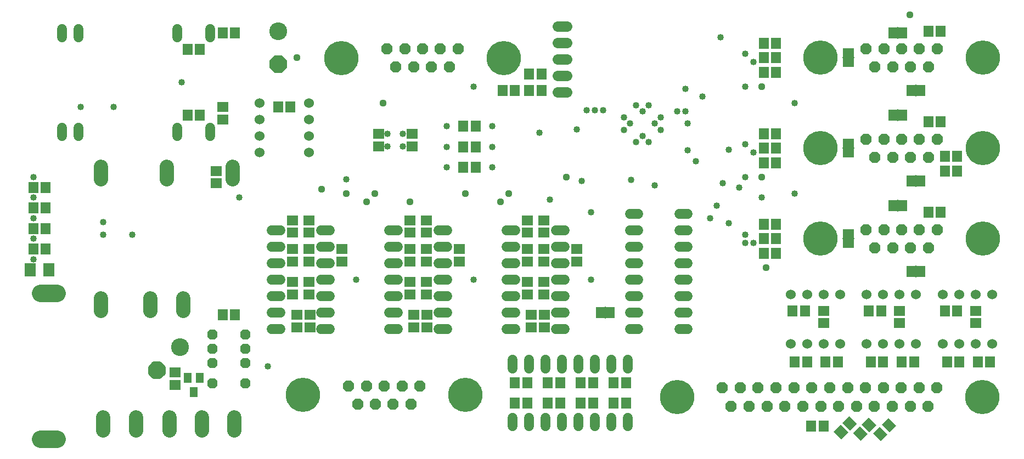
<source format=gbs>
G75*
%MOIN*%
%OFA0B0*%
%FSLAX25Y25*%
%IPPOS*%
%LPD*%
%AMOC8*
5,1,8,0,0,1.08239X$1,22.5*
%
%ADD10C,0.10800*%
%ADD11C,0.02160*%
%ADD12R,0.06706X0.05918*%
%ADD13C,0.08600*%
%ADD14R,0.07099X0.07898*%
%ADD15OC8,0.10800*%
%ADD16R,0.05918X0.06706*%
%ADD17C,0.06000*%
%ADD18OC8,0.06800*%
%ADD19C,0.20800*%
%ADD20C,0.06400*%
%ADD21OC8,0.06146*%
%ADD22R,0.04737X0.06312*%
%ADD23C,0.06000*%
%ADD24C,0.10800*%
%ADD25R,0.05400X0.07100*%
%ADD26R,0.00600X0.07200*%
%ADD27R,0.07100X0.05400*%
%ADD28R,0.07200X0.00600*%
%ADD29C,0.04000*%
%ADD30C,0.04400*%
D10*
X0265955Y0105955D03*
X0325500Y0298000D03*
D11*
X0248574Y0091104D02*
X0247494Y0090024D01*
X0247494Y0093602D01*
X0250024Y0096132D01*
X0253602Y0096132D01*
X0256132Y0093602D01*
X0256132Y0090024D01*
X0253602Y0087494D01*
X0250024Y0087494D01*
X0247494Y0090024D01*
X0249114Y0090695D01*
X0249114Y0092931D01*
X0250695Y0094512D01*
X0252931Y0094512D01*
X0254512Y0092931D01*
X0254512Y0090695D01*
X0252931Y0089114D01*
X0250695Y0089114D01*
X0249114Y0090695D01*
X0250734Y0091366D01*
X0250734Y0092260D01*
X0251366Y0092892D01*
X0252260Y0092892D01*
X0252892Y0092260D01*
X0252892Y0091366D01*
X0252260Y0090734D01*
X0251366Y0090734D01*
X0250734Y0091366D01*
D12*
X0263000Y0090490D03*
X0263000Y0083010D03*
X0336750Y0118010D03*
X0344750Y0118010D03*
X0344750Y0125490D03*
X0336750Y0125490D03*
X0334250Y0138010D03*
X0344250Y0138010D03*
X0344250Y0145490D03*
X0334250Y0145490D03*
X0334250Y0158010D03*
X0344250Y0158010D03*
X0344250Y0165490D03*
X0334250Y0165490D03*
X0334250Y0175510D03*
X0344250Y0175510D03*
X0344250Y0182990D03*
X0334250Y0182990D03*
X0364250Y0165490D03*
X0364250Y0158010D03*
X0405500Y0158010D03*
X0415500Y0158010D03*
X0415500Y0165490D03*
X0405500Y0165490D03*
X0405500Y0175510D03*
X0415500Y0175510D03*
X0415500Y0182990D03*
X0405500Y0182990D03*
X0435500Y0165490D03*
X0435500Y0158010D03*
X0415500Y0145490D03*
X0405500Y0145490D03*
X0405500Y0138010D03*
X0415500Y0138010D03*
X0416000Y0125490D03*
X0408000Y0125490D03*
X0408000Y0118010D03*
X0416000Y0118010D03*
X0479250Y0118010D03*
X0487250Y0118010D03*
X0487250Y0125490D03*
X0479250Y0125490D03*
X0476750Y0138010D03*
X0486750Y0138010D03*
X0486750Y0145490D03*
X0476750Y0145490D03*
X0476750Y0158010D03*
X0486750Y0158010D03*
X0486750Y0165490D03*
X0476750Y0165490D03*
X0476750Y0175510D03*
X0486750Y0175510D03*
X0486750Y0182990D03*
X0476750Y0182990D03*
X0506750Y0165490D03*
X0506750Y0158010D03*
X0656735Y0127990D03*
X0656735Y0120510D03*
X0702985Y0120510D03*
X0702985Y0127990D03*
X0749235Y0127990D03*
X0749235Y0120510D03*
X0406750Y0228010D03*
X0406750Y0235490D03*
X0386496Y0235521D03*
X0386496Y0228041D03*
X0291750Y0244260D03*
X0291750Y0251740D03*
X0288000Y0212990D03*
X0288000Y0205510D03*
D13*
X0298000Y0207850D02*
X0298000Y0215650D01*
X0258000Y0215650D02*
X0258000Y0207850D01*
X0218000Y0207850D02*
X0218000Y0215650D01*
X0218000Y0135650D02*
X0218000Y0127850D01*
X0248000Y0127850D02*
X0248000Y0135650D01*
X0268000Y0135650D02*
X0268000Y0127850D01*
X0259550Y0063150D02*
X0259550Y0055350D01*
X0279250Y0055350D02*
X0279250Y0063150D01*
X0298950Y0063150D02*
X0298950Y0055350D01*
X0239150Y0055350D02*
X0239150Y0063150D01*
X0219350Y0063150D02*
X0219350Y0055350D01*
D14*
X0186098Y0153000D03*
X0174902Y0153000D03*
D15*
X0325500Y0278000D03*
D16*
X0299240Y0296750D03*
X0291760Y0296750D03*
X0277990Y0286750D03*
X0270510Y0286750D03*
X0325510Y0251750D03*
X0332990Y0251750D03*
X0277990Y0246750D03*
X0270510Y0246750D03*
X0184240Y0203000D03*
X0176760Y0203000D03*
X0176760Y0190500D03*
X0184240Y0190500D03*
X0184240Y0178000D03*
X0176760Y0178000D03*
X0176760Y0165500D03*
X0184240Y0165500D03*
X0291760Y0125500D03*
X0299240Y0125500D03*
X0469275Y0084250D03*
X0476755Y0084250D03*
X0489245Y0084250D03*
X0496725Y0084250D03*
X0509275Y0084250D03*
X0516755Y0084250D03*
X0529245Y0084250D03*
X0536725Y0084250D03*
X0536755Y0071750D03*
X0529275Y0071750D03*
X0516725Y0071750D03*
X0509245Y0071750D03*
X0496755Y0071750D03*
X0489275Y0071750D03*
X0476725Y0071750D03*
X0469245Y0071750D03*
X0639245Y0096750D03*
X0646725Y0096750D03*
X0657995Y0096750D03*
X0665475Y0096750D03*
X0685495Y0096750D03*
X0692975Y0096750D03*
X0704245Y0096750D03*
X0711725Y0096750D03*
X0731745Y0096750D03*
X0739225Y0096750D03*
X0750495Y0096750D03*
X0757975Y0096750D03*
X0737975Y0128000D03*
X0730495Y0128000D03*
X0691725Y0128000D03*
X0684245Y0128000D03*
X0645475Y0128000D03*
X0637995Y0128000D03*
X0627975Y0163000D03*
X0620495Y0163000D03*
X0620495Y0171750D03*
X0627975Y0171750D03*
X0627975Y0180500D03*
X0620495Y0180500D03*
X0620495Y0218000D03*
X0627975Y0218000D03*
X0627975Y0226750D03*
X0620495Y0226750D03*
X0620495Y0235500D03*
X0627975Y0235500D03*
X0720510Y0243000D03*
X0727990Y0243000D03*
X0730495Y0221750D03*
X0737975Y0221750D03*
X0737975Y0213000D03*
X0730495Y0213000D03*
X0727990Y0188000D03*
X0720510Y0188000D03*
X0627975Y0273000D03*
X0620495Y0273000D03*
X0620495Y0281750D03*
X0627975Y0281750D03*
X0627975Y0290500D03*
X0620495Y0290500D03*
X0720510Y0298000D03*
X0727990Y0298000D03*
X0485490Y0271750D03*
X0478010Y0271750D03*
X0478010Y0261750D03*
X0485490Y0261750D03*
X0469240Y0261750D03*
X0461760Y0261750D03*
X0445490Y0240125D03*
X0438010Y0240125D03*
X0438010Y0227625D03*
X0445490Y0227625D03*
X0445490Y0215125D03*
X0438010Y0215125D03*
X0649245Y0058000D03*
X0656725Y0058000D03*
G36*
X0662860Y0054598D02*
X0667045Y0058783D01*
X0671786Y0054042D01*
X0667601Y0049857D01*
X0662860Y0054598D01*
G37*
G36*
X0668149Y0059887D02*
X0672334Y0064072D01*
X0677075Y0059331D01*
X0672890Y0055146D01*
X0668149Y0059887D01*
G37*
G36*
X0674628Y0053651D02*
X0678813Y0057836D01*
X0683554Y0053095D01*
X0679369Y0048910D01*
X0674628Y0053651D01*
G37*
G36*
X0679917Y0058940D02*
X0684102Y0063125D01*
X0688843Y0058384D01*
X0684658Y0054199D01*
X0679917Y0058940D01*
G37*
G36*
X0686761Y0053499D02*
X0690946Y0057684D01*
X0695687Y0052943D01*
X0691502Y0048758D01*
X0686761Y0053499D01*
G37*
G36*
X0692051Y0058789D02*
X0696236Y0062974D01*
X0700977Y0058233D01*
X0696792Y0054048D01*
X0692051Y0058789D01*
G37*
D17*
X0574350Y0116750D02*
X0569150Y0116750D01*
X0569150Y0126750D02*
X0574350Y0126750D01*
X0574350Y0136750D02*
X0569150Y0136750D01*
X0569150Y0146750D02*
X0574350Y0146750D01*
X0574350Y0156750D02*
X0569150Y0156750D01*
X0569150Y0166750D02*
X0574350Y0166750D01*
X0574350Y0176750D02*
X0569150Y0176750D01*
X0569150Y0186750D02*
X0574350Y0186750D01*
X0544350Y0186750D02*
X0539150Y0186750D01*
X0539150Y0176750D02*
X0544350Y0176750D01*
X0544350Y0166750D02*
X0539150Y0166750D01*
X0539150Y0156750D02*
X0544350Y0156750D01*
X0544350Y0146750D02*
X0539150Y0146750D01*
X0539150Y0136750D02*
X0544350Y0136750D01*
X0544350Y0126750D02*
X0539150Y0126750D01*
X0539150Y0116750D02*
X0544350Y0116750D01*
X0499468Y0116750D02*
X0494268Y0116750D01*
X0494268Y0126750D02*
X0499468Y0126750D01*
X0499468Y0136750D02*
X0494268Y0136750D01*
X0494268Y0146750D02*
X0499468Y0146750D01*
X0499468Y0156750D02*
X0494268Y0156750D01*
X0494268Y0166750D02*
X0499468Y0166750D01*
X0499468Y0176750D02*
X0494268Y0176750D01*
X0469468Y0176750D02*
X0464268Y0176750D01*
X0464268Y0166750D02*
X0469468Y0166750D01*
X0469468Y0156750D02*
X0464268Y0156750D01*
X0464268Y0146750D02*
X0469468Y0146750D01*
X0469468Y0136750D02*
X0464268Y0136750D01*
X0464268Y0126750D02*
X0469468Y0126750D01*
X0469468Y0116750D02*
X0464268Y0116750D01*
X0428100Y0116750D02*
X0422900Y0116750D01*
X0422900Y0126750D02*
X0428100Y0126750D01*
X0428100Y0136750D02*
X0422900Y0136750D01*
X0422900Y0146750D02*
X0428100Y0146750D01*
X0428100Y0156750D02*
X0422900Y0156750D01*
X0422900Y0166750D02*
X0428100Y0166750D01*
X0428100Y0176750D02*
X0422900Y0176750D01*
X0398100Y0176750D02*
X0392900Y0176750D01*
X0392900Y0166750D02*
X0398100Y0166750D01*
X0398100Y0156750D02*
X0392900Y0156750D01*
X0392900Y0146750D02*
X0398100Y0146750D01*
X0398100Y0136750D02*
X0392900Y0136750D01*
X0392900Y0126750D02*
X0398100Y0126750D01*
X0398100Y0116750D02*
X0392900Y0116750D01*
X0356850Y0116750D02*
X0351650Y0116750D01*
X0326850Y0116750D02*
X0321650Y0116750D01*
X0321650Y0126750D02*
X0326850Y0126750D01*
X0351650Y0126750D02*
X0356850Y0126750D01*
X0356850Y0136750D02*
X0351650Y0136750D01*
X0351650Y0146750D02*
X0356850Y0146750D01*
X0356850Y0156750D02*
X0351650Y0156750D01*
X0326850Y0156750D02*
X0321650Y0156750D01*
X0321650Y0146750D02*
X0326850Y0146750D01*
X0326850Y0136750D02*
X0321650Y0136750D01*
X0321650Y0166750D02*
X0326850Y0166750D01*
X0326850Y0176750D02*
X0321650Y0176750D01*
X0351650Y0176750D02*
X0356850Y0176750D01*
X0356850Y0166750D02*
X0351650Y0166750D01*
X0284250Y0234150D02*
X0284250Y0239350D01*
X0264250Y0239350D02*
X0264250Y0234150D01*
X0204250Y0234150D02*
X0204250Y0239350D01*
X0194250Y0239350D02*
X0194250Y0234150D01*
X0194250Y0294150D02*
X0194250Y0299350D01*
X0204250Y0299350D02*
X0204250Y0294150D01*
X0264250Y0294150D02*
X0264250Y0299350D01*
X0284250Y0299350D02*
X0284250Y0294150D01*
X0467985Y0098200D02*
X0467985Y0093000D01*
X0477985Y0093000D02*
X0477985Y0098200D01*
X0487985Y0098200D02*
X0487985Y0093000D01*
X0497985Y0093000D02*
X0497985Y0098200D01*
X0507985Y0098200D02*
X0507985Y0093000D01*
X0517985Y0093000D02*
X0517985Y0098200D01*
X0527985Y0098200D02*
X0527985Y0093000D01*
X0537985Y0093000D02*
X0537985Y0098200D01*
X0537985Y0063000D02*
X0537985Y0057800D01*
X0527985Y0057800D02*
X0527985Y0063000D01*
X0517985Y0063000D02*
X0517985Y0057800D01*
X0507985Y0057800D02*
X0507985Y0063000D01*
X0497985Y0063000D02*
X0497985Y0057800D01*
X0487985Y0057800D02*
X0487985Y0063000D01*
X0477985Y0063000D02*
X0477985Y0057800D01*
X0467985Y0057800D02*
X0467985Y0063000D01*
D18*
X0411539Y0082350D03*
X0400739Y0082350D03*
X0389939Y0082350D03*
X0379139Y0082350D03*
X0368339Y0082350D03*
X0373739Y0071150D03*
X0384539Y0071150D03*
X0395339Y0071150D03*
X0406139Y0071150D03*
X0595285Y0081100D03*
X0606185Y0081100D03*
X0616985Y0081100D03*
X0627885Y0081100D03*
X0638785Y0081100D03*
X0649585Y0081100D03*
X0660485Y0081100D03*
X0671385Y0081100D03*
X0682185Y0081100D03*
X0693085Y0081100D03*
X0703985Y0081100D03*
X0714785Y0081100D03*
X0725685Y0081100D03*
X0720285Y0069900D03*
X0709385Y0069900D03*
X0698485Y0069900D03*
X0687685Y0069900D03*
X0676785Y0069900D03*
X0665885Y0069900D03*
X0655085Y0069900D03*
X0644185Y0069900D03*
X0633285Y0069900D03*
X0622485Y0069900D03*
X0611585Y0069900D03*
X0600685Y0069900D03*
X0688035Y0166150D03*
X0698835Y0166150D03*
X0709635Y0166150D03*
X0720435Y0166150D03*
X0715035Y0177350D03*
X0725835Y0177350D03*
X0704235Y0177350D03*
X0693435Y0177350D03*
X0682635Y0177350D03*
X0688035Y0221150D03*
X0698835Y0221150D03*
X0709635Y0221150D03*
X0720435Y0221150D03*
X0715035Y0232350D03*
X0725835Y0232350D03*
X0704235Y0232350D03*
X0693435Y0232350D03*
X0682635Y0232350D03*
X0688035Y0276150D03*
X0698835Y0276150D03*
X0709635Y0276150D03*
X0720435Y0276150D03*
X0715035Y0287350D03*
X0725835Y0287350D03*
X0704235Y0287350D03*
X0693435Y0287350D03*
X0682635Y0287350D03*
X0434797Y0287307D03*
X0423997Y0287307D03*
X0413197Y0287307D03*
X0402397Y0287307D03*
X0391597Y0287307D03*
X0396997Y0276107D03*
X0407797Y0276107D03*
X0418597Y0276107D03*
X0429397Y0276107D03*
D19*
X0462497Y0281707D03*
X0363897Y0281707D03*
X0654935Y0281750D03*
X0753535Y0281750D03*
X0753535Y0226750D03*
X0654935Y0226750D03*
X0654935Y0171750D03*
X0753535Y0171750D03*
X0753085Y0075500D03*
X0567885Y0075500D03*
X0439239Y0076750D03*
X0340639Y0076750D03*
D20*
X0495200Y0260750D02*
X0500800Y0260750D01*
X0500800Y0270750D02*
X0495200Y0270750D01*
X0495200Y0280750D02*
X0500800Y0280750D01*
X0500800Y0290750D02*
X0495200Y0290750D01*
X0495200Y0300750D02*
X0500800Y0300750D01*
D21*
X0305500Y0113671D03*
X0285500Y0113671D03*
X0285500Y0105010D03*
X0285500Y0096348D03*
X0305500Y0096348D03*
X0305500Y0105010D03*
X0305500Y0083750D03*
X0285500Y0083750D03*
D22*
X0277990Y0087331D03*
X0270510Y0087331D03*
X0274250Y0078669D03*
D23*
X0636735Y0108000D03*
X0646735Y0108000D03*
X0656735Y0108000D03*
X0666735Y0108000D03*
X0682985Y0108000D03*
X0692985Y0108000D03*
X0702985Y0108000D03*
X0712985Y0108000D03*
X0729235Y0108000D03*
X0739235Y0108000D03*
X0749235Y0108000D03*
X0759235Y0108000D03*
X0759235Y0138000D03*
X0749235Y0138000D03*
X0739235Y0138000D03*
X0729235Y0138000D03*
X0712985Y0138000D03*
X0702985Y0138000D03*
X0692985Y0138000D03*
X0682985Y0138000D03*
X0666735Y0138000D03*
X0656735Y0138000D03*
X0646735Y0138000D03*
X0636735Y0138000D03*
X0344250Y0224250D03*
X0344250Y0234250D03*
X0344250Y0244250D03*
X0344250Y0254250D03*
X0314250Y0254250D03*
X0314250Y0244250D03*
X0314250Y0234250D03*
X0314250Y0224250D03*
D24*
X0191250Y0049950D02*
X0181250Y0049950D01*
X0181250Y0138550D02*
X0191250Y0138550D01*
D25*
X0521250Y0126750D03*
X0527250Y0126750D03*
X0698735Y0191750D03*
X0704735Y0191750D03*
X0709985Y0206750D03*
X0715985Y0206750D03*
X0704735Y0246750D03*
X0698735Y0246750D03*
X0709985Y0261750D03*
X0715985Y0261750D03*
X0704735Y0296750D03*
X0698735Y0296750D03*
X0709985Y0151750D03*
X0715985Y0151750D03*
D26*
X0712985Y0151750D03*
X0701735Y0191750D03*
X0712985Y0206750D03*
X0701735Y0246750D03*
X0712985Y0261750D03*
X0701735Y0296750D03*
X0524250Y0126750D03*
D27*
X0671735Y0168750D03*
X0671735Y0174750D03*
X0671735Y0223750D03*
X0671735Y0229750D03*
X0671735Y0278750D03*
X0671735Y0284750D03*
D28*
X0671735Y0281750D03*
X0671735Y0226750D03*
X0671735Y0171750D03*
D29*
X0614235Y0169250D03*
X0609235Y0169250D03*
X0609235Y0174250D03*
X0599250Y0181136D03*
X0588000Y0184250D03*
X0591750Y0191750D03*
X0605500Y0203000D03*
X0595500Y0205500D03*
X0609235Y0209250D03*
X0579250Y0218800D03*
X0574250Y0225500D03*
X0550500Y0230500D03*
X0546750Y0234250D03*
X0543000Y0230500D03*
X0535500Y0238000D03*
X0539250Y0241750D03*
X0535500Y0245500D03*
X0546750Y0249250D03*
X0543000Y0253000D03*
X0550500Y0253000D03*
X0558000Y0245500D03*
X0554250Y0241750D03*
X0558000Y0238000D03*
X0574250Y0241950D03*
X0573000Y0249250D03*
X0568000Y0249350D03*
X0583089Y0258250D03*
X0573000Y0263000D03*
X0609250Y0264250D03*
X0639235Y0254250D03*
X0614250Y0279250D03*
X0609250Y0284250D03*
X0594250Y0294250D03*
X0523000Y0249750D03*
X0518000Y0249750D03*
X0513000Y0249750D03*
X0506750Y0238266D03*
X0484250Y0236375D03*
X0455500Y0240125D03*
X0455500Y0227625D03*
X0428000Y0227625D03*
X0401281Y0228040D03*
X0391953Y0228040D03*
X0391953Y0235514D03*
X0401281Y0235492D03*
X0428000Y0240125D03*
X0444250Y0264250D03*
X0455500Y0215125D03*
X0428000Y0215125D03*
X0366750Y0208000D03*
X0301750Y0196750D03*
X0236750Y0174250D03*
X0219250Y0174250D03*
X0219250Y0181750D03*
X0176750Y0184250D03*
X0176750Y0171750D03*
X0176750Y0159250D03*
X0176750Y0196750D03*
X0176750Y0209250D03*
X0205500Y0251750D03*
X0225500Y0251750D03*
X0266750Y0266750D03*
X0490500Y0195500D03*
X0515490Y0188050D03*
X0554250Y0204250D03*
X0539750Y0207500D03*
X0509750Y0206750D03*
X0599250Y0226000D03*
X0609235Y0229250D03*
X0614235Y0224250D03*
X0639235Y0199250D03*
X0619235Y0196750D03*
X0515490Y0146740D03*
X0444250Y0146750D03*
X0373000Y0146750D03*
X0319250Y0094250D03*
D30*
X0379250Y0194250D03*
X0384250Y0199250D03*
X0366750Y0199250D03*
X0351750Y0201750D03*
X0405500Y0194250D03*
X0439250Y0199250D03*
X0460500Y0194250D03*
X0465500Y0199250D03*
X0500500Y0209250D03*
X0619235Y0209250D03*
X0619250Y0264250D03*
X0709250Y0308000D03*
X0389250Y0254250D03*
X0336750Y0281750D03*
X0621735Y0154250D03*
M02*

</source>
